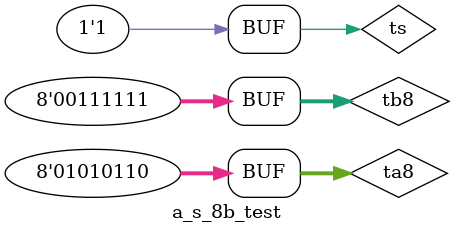
<source format=v>
module full_adder_1b (input a, b, cin, output sum, cout);
	assign sum = a ^ b ^ cin;
	assign cout = (a & b) | (a & cin) | (b & cin);
endmodule

module a_s_8b (a8,b8,s,sum8,cout8);
  input [7:0] a8,b8;
  input s;
  wire[6:0] cin8;
  output [7:0] sum8;
  output cout8;

	full_adder_1b g0 (.a(a8[0]) , .b(s^b8[0]) , .cin(s) , .sum(sum8[0]) , .cout(cin8[0]));
	full_adder_1b g1 (.a(a8[1]) , .b(s^b8[1]) , .cin(cin8[0]) , .sum(sum8[1]) , .cout(cin8[1]));
	full_adder_1b g2 (.a(a8[2]) , .b(s^b8[2]) , .cin(cin8[1]) , .sum(sum8[2]) , .cout(cin8[2]));
	full_adder_1b g3 (.a(a8[3]) , .b(s^b8[3]) , .cin(cin8[2]) , .sum(sum8[3]) , .cout(cin8[3]));
	full_adder_1b g4 (.a(a8[4]) , .b(s^b8[4]) , .cin(cin8[3]) , .sum(sum8[4]) , .cout(cin8[4]));
	full_adder_1b g5 (.a(a8[5]) , .b(s^b8[5]) , .cin(cin8[4]) , .sum(sum8[5]) , .cout(cin8[5]));
	full_adder_1b g6 (.a(a8[6]) , .b(s^b8[6]) , .cin(cin8[5]) , .sum(sum8[6]) , .cout(cin8[6]));
	full_adder_1b g7 (.a(a8[7]) , .b(s^b8[7]) , .cin(cin8[6]) , .sum(sum8[7]) , .cout(cout8));

endmodule

module a_s_8b_test;
  reg [7:0] ta8,tb8;
  reg ts;
  wire [7:0] tsum8;
  wire tcout8;

	a_s_8b g0 (.a8(ta8) , .b8(tb8) , .s(ts) , .sum8(tsum8) , .cout8(tcout8));

  initial 

	begin
	  ta8= 8'b00001111;
	  tb8= 8'b00001100;

	  ts= 1'b0;

	  #100;
 	  ts= 1'b1;

	  #100
	  ta8= 8'b01010110;
	  tb8= 8'b00111111;
	  ts=1'b0;

	  #100
	  ts=1'b1;
  end

endmodule
</source>
